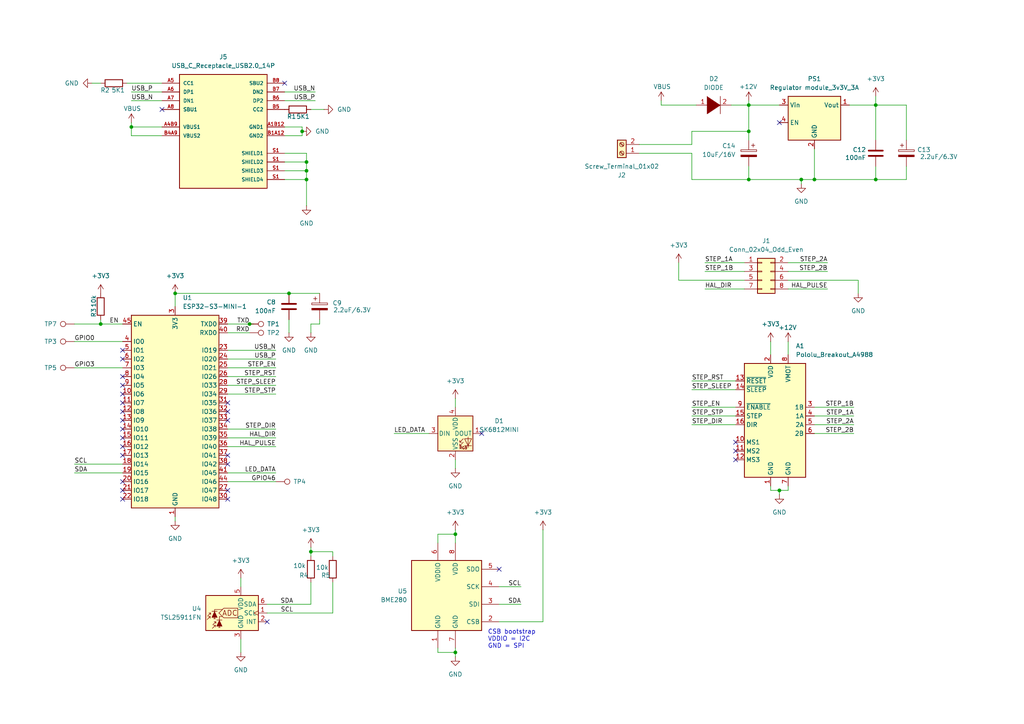
<source format=kicad_sch>
(kicad_sch (version 20231120) (generator "eeschema") (generator_version "8.0")
  (paper "A4")
  (lib_symbols
    (symbol "Connector:Screw_Terminal_01x02" (pin_names (offset 1.016) hide)
      (property "Reference" "J" (at 0 2.54 0))
      (property "Value" "Screw_Terminal_01x02" (at 0 -5.08 0))
      (symbol "Screw_Terminal_01x02_1_1"
        (rectangle (start -1.27 1.27) (end 1.27 -3.81) (stroke (width 0.254)) (fill (type background)))
        (circle (center 0 -2.54) (radius 0.635) (stroke (width 0.1524)))
        (polyline (pts (xy -0.5334 -2.2098) (xy 0.3302 -3.048)) (stroke (width 0.1524)))
        (polyline (pts (xy -0.5334 0.3302) (xy 0.3302 -0.508)) (stroke (width 0.1524)))
        (polyline (pts (xy -0.3556 -2.032) (xy 0.508 -2.8702)) (stroke (width 0.1524)))
        (polyline (pts (xy -0.3556 0.508) (xy 0.508 -0.3302)) (stroke (width 0.1524)))
        (circle (center 0 0) (radius 0.635) (stroke (width 0.1524)))
        (pin passive line (at -5.08 0 0) (length 3.81) (name "Pin_1") (number "1"))
        (pin passive line (at -5.08 -2.54 0) (length 3.81) (name "Pin_2") (number "2"))
      )
    )
    (symbol "Connector:TestPoint" (pin_numbers hide) (pin_names (offset 0.762) hide)
      (property "Reference" "TP" (at 0 6.858 0))
      (property "Value" "TestPoint" (at 0 5.08 0))
      (symbol "TestPoint_0_1"
        (circle (center 0 3.302) (radius 0.762))
      )
      (symbol "TestPoint_1_1"
        (pin passive line (at 0 0 90) (length 2.54) (name "1") (number "1"))
      )
    )
    (symbol "Connector_Generic:Conn_02x04_Odd_Even" (pin_names (offset 1.016) hide)
      (property "Reference" "J" (at 1.27 5.08 0))
      (property "Value" "Conn_02x04_Odd_Even" (at 1.27 -7.62 0))
      (symbol "Conn_02x04_Odd_Even_1_1"
        (rectangle (start -1.27 -4.953) (end 0 -5.207) (stroke (width 0.1524)))
        (rectangle (start -1.27 -2.413) (end 0 -2.667) (stroke (width 0.1524)))
        (rectangle (start -1.27 0.127) (end 0 -0.127) (stroke (width 0.1524)))
        (rectangle (start -1.27 2.667) (end 0 2.413) (stroke (width 0.1524)))
        (rectangle (start -1.27 3.81) (end 3.81 -6.35) (stroke (width 0.254)) (fill (type background)))
        (rectangle (start 3.81 -4.953) (end 2.54 -5.207) (stroke (width 0.1524)))
        (rectangle (start 3.81 -2.413) (end 2.54 -2.667) (stroke (width 0.1524)))
        (rectangle (start 3.81 0.127) (end 2.54 -0.127) (stroke (width 0.1524)))
        (rectangle (start 3.81 2.667) (end 2.54 2.413) (stroke (width 0.1524)))
        (pin passive line (at -5.08 2.54 0) (length 3.81) (name "Pin_1") (number "1"))
        (pin passive line (at 7.62 2.54 180) (length 3.81) (name "Pin_2") (number "2"))
        (pin passive line (at -5.08 0 0) (length 3.81) (name "Pin_3") (number "3"))
        (pin passive line (at 7.62 0 180) (length 3.81) (name "Pin_4") (number "4"))
        (pin passive line (at -5.08 -2.54 0) (length 3.81) (name "Pin_5") (number "5"))
        (pin passive line (at 7.62 -2.54 180) (length 3.81) (name "Pin_6") (number "6"))
        (pin passive line (at -5.08 -5.08 0) (length 3.81) (name "Pin_7") (number "7"))
        (pin passive line (at 7.62 -5.08 180) (length 3.81) (name "Pin_8") (number "8"))
      )
    )
    (symbol "Converter_DCDC:voltage_regulator_3v3_3A"
      (property "Reference" "PS" (at -7.874 -9.144 0))
      (property "Value" "Regulator module_3v3V_3A" (at -11.684 6.35 0))
      (symbol "voltage_regulator_3v3_3A_0_1"
        (rectangle (start -7.62 5.08) (end 7.62 -7.62) (stroke (width 0.254)) (fill (type background)))
      )
      (symbol "voltage_regulator_3v3_3A_1_0"
        (pin power_out line (at 10.16 2.54 180) (length 2.54) (name "Vout") (number "1"))
        (pin power_out line (at 0 -10.16 90) (length 2.54) (name "GND") (number "2"))
        (pin power_in line (at -10.16 2.54 0) (length 2.54) (name "Vin") (number "3"))
        (pin input line (at -10.16 -2.54 0) (length 2.54) (name "EN") (number "4"))
      )
    )
    (symbol "Device:C" (pin_numbers hide) (pin_names (offset 0.254))
      (property "Reference" "C" (at 0.635 2.54 0))
      (property "Value" "C" (at 0.635 -2.54 0))
      (symbol "C_0_1"
        (polyline (pts (xy -2.032 -0.762) (xy 2.032 -0.762)) (stroke (width 0.508)))
        (polyline (pts (xy -2.032 0.762) (xy 2.032 0.762)) (stroke (width 0.508)))
      )
      (symbol "C_1_1"
        (pin passive line (at 0 3.81 270) (length 2.794) (name "~") (number "1"))
        (pin passive line (at 0 -3.81 90) (length 2.794) (name "~") (number "2"))
      )
    )
    (symbol "Device:C_Polarized" (pin_numbers hide) (pin_names (offset 0.254))
      (property "Reference" "C" (at 0.635 2.54 0))
      (property "Value" "C_Polarized" (at 0.635 -2.54 0))
      (symbol "C_Polarized_0_1"
        (rectangle (start -2.286 0.508) (end 2.286 1.016))
        (polyline (pts (xy -1.778 2.286) (xy -0.762 2.286)))
        (polyline (pts (xy -1.27 2.794) (xy -1.27 1.778)))
        (rectangle (start 2.286 -0.508) (end -2.286 -1.016) (fill (type outline)))
      )
      (symbol "C_Polarized_1_1"
        (pin passive line (at 0 3.81 270) (length 2.794) (name "~") (number "1"))
        (pin passive line (at 0 -3.81 90) (length 2.794) (name "~") (number "2"))
      )
    )
    (symbol "Device:R" (pin_numbers hide) (pin_names (offset 0))
      (property "Reference" "R" (at 2.032 0 90))
      (property "Value" "R" (at 0 0 90))
      (symbol "R_0_1"
        (rectangle (start -1.016 -2.54) (end 1.016 2.54) (stroke (width 0.254)))
      )
      (symbol "R_1_1"
        (pin passive line (at 0 3.81 270) (length 1.27) (name "~") (number "1"))
        (pin passive line (at 0 -3.81 90) (length 1.27) (name "~") (number "2"))
      )
    )
    (symbol "Driver_Motor:Pololu_Breakout_A4988"
      (property "Reference" "A" (at -2.54 19.05 0))
      (property "Value" "Pololu_Breakout_A4988" (at -2.54 16.51 0))
      (symbol "Pololu_Breakout_A4988_0_1"
        (rectangle (start 10.16 -17.78) (end -7.62 15.24) (stroke (width 0.254)) (fill (type background)))
      )
      (symbol "Pololu_Breakout_A4988_1_1"
        (pin power_in line (at 0 -20.32 90) (length 2.54) (name "GND") (number "1"))
        (pin input line (at -10.16 -7.62 0) (length 2.54) (name "MS1") (number "10"))
        (pin input line (at -10.16 -10.16 0) (length 2.54) (name "MS2") (number "11"))
        (pin input line (at -10.16 -12.7 0) (length 2.54) (name "MS3") (number "12"))
        (pin input line (at -10.16 10.16 0) (length 2.54) (name "~{RESET}") (number "13"))
        (pin input line (at -10.16 7.62 0) (length 2.54) (name "~{SLEEP}") (number "14"))
        (pin input line (at -10.16 0 0) (length 2.54) (name "STEP") (number "15"))
        (pin input line (at -10.16 -2.54 0) (length 2.54) (name "DIR") (number "16"))
        (pin power_in line (at 0 17.78 270) (length 2.54) (name "VDD") (number "2"))
        (pin output line (at 12.7 2.54 180) (length 2.54) (name "1B") (number "3"))
        (pin output line (at 12.7 0 180) (length 2.54) (name "1A") (number "4"))
        (pin output line (at 12.7 -2.54 180) (length 2.54) (name "2A") (number "5"))
        (pin output line (at 12.7 -5.08 180) (length 2.54) (name "2B") (number "6"))
        (pin power_in line (at 5.08 -20.32 90) (length 2.54) (name "GND") (number "7"))
        (pin power_in line (at 5.08 17.78 270) (length 2.54) (name "VMOT") (number "8"))
        (pin input line (at -10.16 2.54 0) (length 2.54) (name "~{ENABLE}") (number "9"))
      )
    )
    (symbol "LED:SK6812MINI" (pin_names (offset 0.254))
      (property "Reference" "D" (at 5.08 5.715 0))
      (property "Value" "SK6812MINI" (at 1.27 -5.715 0))
      (symbol "SK6812MINI_0_0"
        (text "RGB" (at 2.286 -4.191 0) (effects (font (size 0.762 0.762))))
      )
      (symbol "SK6812MINI_0_1"
        (polyline (pts (xy 1.27 -3.556) (xy 1.778 -3.556)))
        (polyline (pts (xy 1.27 -2.54) (xy 1.778 -2.54)))
        (polyline (pts (xy 4.699 -3.556) (xy 2.667 -3.556)))
        (polyline (pts (xy 2.286 -2.54) (xy 1.27 -3.556) (xy 1.27 -3.048)))
        (polyline (pts (xy 2.286 -1.524) (xy 1.27 -2.54) (xy 1.27 -2.032)))
        (polyline (pts (xy 3.683 -1.016) (xy 3.683 -3.556) (xy 3.683 -4.064)))
        (polyline (pts (xy 4.699 -1.524) (xy 2.667 -1.524) (xy 3.683 -3.556) (xy 4.699 -1.524)))
        (rectangle (start 5.08 5.08) (end -5.08 -5.08) (stroke (width 0.254)) (fill (type background)))
      )
      (symbol "SK6812MINI_1_1"
        (pin output line (at 7.62 0 180) (length 2.54) (name "DOUT") (number "1"))
        (pin power_in line (at 0 -7.62 90) (length 2.54) (name "VSS") (number "2"))
        (pin input line (at -7.62 0 0) (length 2.54) (name "DIN") (number "3"))
        (pin power_in line (at 0 7.62 270) (length 2.54) (name "VDD") (number "4"))
      )
    )
    (symbol "MCU_Espressif:ESP32-S3-MINI-1"
      (property "Reference" "U" (at -11.43 29.21 0))
      (property "Value" "ESP32-S3-MINI-1" (at 12.7 29.21 0))
      (symbol "ESP32-S3-MINI-1_0_1"
        (rectangle (start -12.7 27.94) (end 12.7 -27.94) (stroke (width 0.254)) (fill (type background)))
      )
      (symbol "ESP32-S3-MINI-1_1_1"
        (pin power_in line (at 0 -30.48 90) (length 2.54) (name "GND") (number "1"))
        (pin bidirectional line (at -15.24 5.08 0) (length 2.54) (name "IO6") (number "10"))
        (pin bidirectional line (at -15.24 2.54 0) (length 2.54) (name "IO7") (number "11"))
        (pin bidirectional line (at -15.24 0 0) (length 2.54) (name "IO8") (number "12"))
        (pin bidirectional line (at -15.24 -2.54 0) (length 2.54) (name "IO9") (number "13"))
        (pin bidirectional line (at -15.24 -5.08 0) (length 2.54) (name "IO10") (number "14"))
        (pin bidirectional line (at -15.24 -7.62 0) (length 2.54) (name "IO11") (number "15"))
        (pin bidirectional line (at -15.24 -10.16 0) (length 2.54) (name "IO12") (number "16"))
        (pin bidirectional line (at -15.24 -12.7 0) (length 2.54) (name "IO13") (number "17"))
        (pin bidirectional line (at -15.24 -15.24 0) (length 2.54) (name "IO14") (number "18"))
        (pin bidirectional line (at -15.24 -17.78 0) (length 2.54) (name "IO15") (number "19"))
        (pin passive line (at 0 -30.48 90) (length 2.54) hide (name "GND") (number "2"))
        (pin bidirectional line (at -15.24 -20.32 0) (length 2.54) (name "IO16") (number "20"))
        (pin bidirectional line (at -15.24 -22.86 0) (length 2.54) (name "IO17") (number "21"))
        (pin bidirectional line (at -15.24 -25.4 0) (length 2.54) (name "IO18") (number "22"))
        (pin bidirectional line (at 15.24 17.78 180) (length 2.54) (name "IO19") (number "23"))
        (pin bidirectional line (at 15.24 15.24 180) (length 2.54) (name "IO20") (number "24"))
        (pin bidirectional line (at 15.24 12.7 180) (length 2.54) (name "IO21") (number "25"))
        (pin bidirectional line (at 15.24 10.16 180) (length 2.54) (name "IO26") (number "26"))
        (pin bidirectional line (at 15.24 -22.86 180) (length 2.54) (name "IO47") (number "27"))
        (pin bidirectional line (at 15.24 7.62 180) (length 2.54) (name "IO33") (number "28"))
        (pin bidirectional line (at 15.24 5.08 180) (length 2.54) (name "IO34") (number "29"))
        (pin power_in line (at 0 30.48 270) (length 2.54) (name "3V3") (number "3"))
        (pin bidirectional line (at 15.24 -25.4 180) (length 2.54) (name "IO48") (number "30"))
        (pin bidirectional line (at 15.24 2.54 180) (length 2.54) (name "IO35") (number "31"))
        (pin bidirectional line (at 15.24 0 180) (length 2.54) (name "IO36") (number "32"))
        (pin bidirectional line (at 15.24 -2.54 180) (length 2.54) (name "IO37") (number "33"))
        (pin bidirectional line (at 15.24 -5.08 180) (length 2.54) (name "IO38") (number "34"))
        (pin bidirectional line (at 15.24 -7.62 180) (length 2.54) (name "IO39") (number "35"))
        (pin bidirectional line (at 15.24 -10.16 180) (length 2.54) (name "IO40") (number "36"))
        (pin bidirectional line (at 15.24 -12.7 180) (length 2.54) (name "IO41") (number "37"))
        (pin bidirectional line (at 15.24 -15.24 180) (length 2.54) (name "IO42") (number "38"))
        (pin bidirectional line (at 15.24 25.4 180) (length 2.54) (name "TXD0") (number "39"))
        (pin bidirectional line (at -15.24 20.32 0) (length 2.54) (name "IO0") (number "4"))
        (pin bidirectional line (at 15.24 22.86 180) (length 2.54) (name "RXD0") (number "40"))
        (pin bidirectional line (at 15.24 -17.78 180) (length 2.54) (name "IO45") (number "41"))
        (pin passive line (at 0 -30.48 90) (length 2.54) hide (name "GND") (number "42"))
        (pin passive line (at 0 -30.48 90) (length 2.54) hide (name "GND") (number "43"))
        (pin bidirectional line (at 15.24 -20.32 180) (length 2.54) (name "IO46") (number "44"))
        (pin input line (at -15.24 25.4 0) (length 2.54) (name "EN") (number "45"))
        (pin passive line (at 0 -30.48 90) (length 2.54) hide (name "GND") (number "46"))
        (pin passive line (at 0 -30.48 90) (length 2.54) hide (name "GND") (number "47"))
        (pin passive line (at 0 -30.48 90) (length 2.54) hide (name "GND") (number "48"))
        (pin passive line (at 0 -30.48 90) (length 2.54) hide (name "GND") (number "49"))
        (pin bidirectional line (at -15.24 17.78 0) (length 2.54) (name "IO1") (number "5"))
        (pin passive line (at 0 -30.48 90) (length 2.54) hide (name "GND") (number "50"))
        (pin passive line (at 0 -30.48 90) (length 2.54) hide (name "GND") (number "51"))
        (pin passive line (at 0 -30.48 90) (length 2.54) hide (name "GND") (number "52"))
        (pin passive line (at 0 -30.48 90) (length 2.54) hide (name "GND") (number "53"))
        (pin passive line (at 0 -30.48 90) (length 2.54) hide (name "GND") (number "54"))
        (pin passive line (at 0 -30.48 90) (length 2.54) hide (name "GND") (number "55"))
        (pin passive line (at 0 -30.48 90) (length 2.54) hide (name "GND") (number "56"))
        (pin passive line (at 0 -30.48 90) (length 2.54) hide (name "GND") (number "57"))
        (pin passive line (at 0 -30.48 90) (length 2.54) hide (name "GND") (number "58"))
        (pin passive line (at 0 -30.48 90) (length 2.54) hide (name "GND") (number "59"))
        (pin bidirectional line (at -15.24 15.24 0) (length 2.54) (name "IO2") (number "6"))
        (pin passive line (at 0 -30.48 90) (length 2.54) hide (name "GND") (number "60"))
        (pin passive line (at 0 -30.48 90) (length 2.54) hide (name "GND") (number "61"))
        (pin passive line (at 0 -30.48 90) (length 2.54) hide (name "GND") (number "62"))
        (pin passive line (at 0 -30.48 90) (length 2.54) hide (name "GND") (number "63"))
        (pin passive line (at 0 -30.48 90) (length 2.54) hide (name "GND") (number "64"))
        (pin passive line (at 0 -30.48 90) (length 2.54) hide (name "GND") (number "65"))
        (pin bidirectional line (at -15.24 12.7 0) (length 2.54) (name "IO3") (number "7"))
        (pin bidirectional line (at -15.24 10.16 0) (length 2.54) (name "IO4") (number "8"))
        (pin bidirectional line (at -15.24 7.62 0) (length 2.54) (name "IO5") (number "9"))
      )
    )
    (symbol "Sensor:BME280"
      (property "Reference" "U" (at -8.89 11.43 0))
      (property "Value" "BME280" (at 7.62 11.43 0))
      (symbol "BME280_0_1"
        (rectangle (start -10.16 10.16) (end 10.16 -10.16) (stroke (width 0.254)) (fill (type background)))
      )
      (symbol "BME280_1_1"
        (pin power_in line (at -2.54 -15.24 90) (length 5.08) (name "GND") (number "1"))
        (pin input line (at 15.24 -7.62 180) (length 5.08) (name "CSB") (number "2"))
        (pin bidirectional line (at 15.24 -2.54 180) (length 5.08) (name "SDI") (number "3"))
        (pin input line (at 15.24 2.54 180) (length 5.08) (name "SCK") (number "4"))
        (pin bidirectional line (at 15.24 7.62 180) (length 5.08) (name "SDO") (number "5"))
        (pin power_in line (at -2.54 15.24 270) (length 5.08) (name "VDDIO") (number "6"))
        (pin power_in line (at 2.54 -15.24 90) (length 5.08) (name "GND") (number "7"))
        (pin power_in line (at 2.54 15.24 270) (length 5.08) (name "VDD") (number "8"))
      )
    )
    (symbol "Sensor_Optical:TSL25911FN"
      (property "Reference" "U" (at -7.62 6.35 0))
      (property "Value" "TSL25911FN" (at 0 -6.35 0))
      (symbol "TSL25911FN_0_0"
        (text "ADC" (at -0.635 0 0) (effects (font (size 1.524 1.524))))
      )
      (symbol "TSL25911FN_0_1"
        (polyline (pts (xy -6.35 -1.016) (xy -7.239 -1.905)))
        (polyline (pts (xy -6.35 -1.016) (xy -6.858 -1.016)))
        (polyline (pts (xy -6.35 -1.016) (xy -6.35 -1.524)))
        (polyline (pts (xy -6.223 0) (xy -7.112 -0.889)))
        (polyline (pts (xy -6.223 0) (xy -6.731 0)))
        (polyline (pts (xy -6.223 0) (xy -6.223 -0.508)))
        (polyline (pts (xy -4.826 -3.556) (xy -5.715 -4.445)))
        (polyline (pts (xy -4.826 -3.556) (xy -5.334 -3.556)))
        (polyline (pts (xy -4.826 -3.556) (xy -4.826 -4.064)))
        (polyline (pts (xy -4.699 -2.54) (xy -5.588 -3.429)))
        (polyline (pts (xy -4.699 -2.54) (xy -5.207 -2.54)))
        (polyline (pts (xy -4.699 -2.54) (xy -4.699 -3.048)))
        (polyline (pts (xy -4.318 0.508) (xy -5.842 0.508)))
        (polyline (pts (xy -2.921 -2.032) (xy -4.445 -2.032)))
        (polyline (pts (xy -4.318 -1.27) (xy -5.842 -1.27) (xy -5.08 0.381) (xy -4.318 -1.27)) (fill (type outline)))
        (polyline (pts (xy -2.921 -3.81) (xy -4.445 -3.81) (xy -3.683 -2.159) (xy -2.921 -3.81)) (fill (type outline)))
      )
      (symbol "TSL25911FN_1_0"
        (polyline (pts (xy -3.81 0) (xy -2.413 -1.397) (xy 1.651 -1.397) (xy 1.651 0)))
        (polyline (pts (xy -3.81 0) (xy -2.413 1.397) (xy 1.651 1.397) (xy 1.651 0)))
      )
      (symbol "TSL25911FN_1_1"
        (rectangle (start -7.62 5.08) (end 7.62 -5.08) (stroke (width 0.254)) (fill (type background)))
        (polyline (pts (xy -4.826 -1.651) (xy -5.334 -1.651)))
        (polyline (pts (xy -3.429 -4.191) (xy -3.937 -4.191)))
        (polyline (pts (xy -5.08 -1.524) (xy -5.08 1.016) (xy -2.794 1.016)))
        (polyline (pts (xy -3.683 -4.064) (xy -3.683 -1.016) (xy -2.794 -1.016)))
        (pin input clock (at 10.16 0 180) (length 2.54) (name "SCL") (number "1"))
        (pin open_collector line (at 10.16 -2.54 180) (length 2.54) (name "INT") (number "2"))
        (pin power_in line (at 2.54 -7.62 90) (length 2.54) (name "GND") (number "3"))
        (pin no_connect line (at -7.62 2.54 0) (length 2.54) hide (name "NC") (number "4"))
        (pin power_in line (at 2.54 7.62 270) (length 2.54) (name "VDD") (number "5"))
        (pin bidirectional line (at 10.16 2.54 180) (length 2.54) (name "SDA") (number "6"))
      )
    )
    (symbol "USB_C_Molex_217179:2171790001" (pin_names (offset 1.016))
      (property "Reference" "J" (at -12.7 16.002 0))
      (property "Value" "2171790001" (at -12.7 -18.542 0))
      (symbol "2171790001_0_0"
        (rectangle (start -12.7 -17.78) (end 12.7 15.24) (stroke (width 0.254)) (fill (type background)))
        (pin power_in line (at 17.78 0 180) (length 5.08) (name "GND1") (number "A1B12"))
        (pin power_in line (at -17.78 0 0) (length 5.08) (name "VBUS1") (number "A4B9"))
        (pin bidirectional line (at -17.78 12.7 0) (length 5.08) (name "CC1") (number "A5"))
        (pin bidirectional line (at -17.78 10.16 0) (length 5.08) (name "DP1") (number "A6"))
        (pin bidirectional line (at -17.78 7.62 0) (length 5.08) (name "DN1") (number "A7"))
        (pin bidirectional line (at -17.78 5.08 0) (length 5.08) (name "SBU1") (number "A8"))
        (pin power_in line (at 17.78 -2.54 180) (length 5.08) (name "GND2") (number "B1A12"))
        (pin power_in line (at -17.78 -2.54 0) (length 5.08) (name "VBUS2") (number "B4A9"))
        (pin bidirectional line (at 17.78 5.08 180) (length 5.08) (name "CC2") (number "B5"))
        (pin bidirectional line (at 17.78 7.62 180) (length 5.08) (name "DP2") (number "B6"))
        (pin bidirectional line (at 17.78 10.16 180) (length 5.08) (name "DN2") (number "B7"))
        (pin bidirectional line (at 17.78 12.7 180) (length 5.08) (name "SBU2") (number "B8"))
        (pin passive line (at 17.78 -7.62 180) (length 5.08) (name "SHIELD1") (number "S1"))
        (pin passive line (at 17.78 -10.16 180) (length 5.08) (name "SHIELD2") (number "S1"))
        (pin passive line (at 17.78 -12.7 180) (length 5.08) (name "SHIELD3") (number "S1"))
        (pin passive line (at 17.78 -15.24 180) (length 5.08) (name "SHIELD4") (number "S1"))
      )
    )
    (symbol "power:+3V3" (power) (pin_numbers hide) (pin_names (offset 0) hide)
      (property "Value" "+3V3" (at 0 3.556 0))
      (symbol "+3V3_0_1"
        (polyline (pts (xy -0.762 1.27) (xy 0 2.54)))
        (polyline (pts (xy 0 0) (xy 0 2.54)))
        (polyline (pts (xy 0 2.54) (xy 0.762 1.27)))
      )
      (symbol "+3V3_1_1"
        (pin power_in line (at 0 0 90) (length 0) (name "~") (number "1"))
      )
    )
    (symbol "power:+5V" (power) (pin_numbers hide) (pin_names (offset 0) hide)
      (property "Value" "+5V" (at 0 3.556 0))
      (symbol "+5V_0_1"
        (polyline (pts (xy -0.762 1.27) (xy 0 2.54)))
        (polyline (pts (xy 0 0) (xy 0 2.54)))
        (polyline (pts (xy 0 2.54) (xy 0.762 1.27)))
      )
      (symbol "+5V_1_1"
        (pin power_in line (at 0 0 90) (length 0) (name "~") (number "1"))
      )
    )
    (symbol "power:GND" (power) (pin_numbers hide) (pin_names (offset 0) hide)
      (property "Value" "GND" (at 0 -3.81 0))
      (symbol "GND_0_1"
        (polyline (pts (xy 0 0) (xy 0 -1.27) (xy 1.27 -1.27) (xy 0 -2.54) (xy -1.27 -1.27) (xy 0 -1.27)))
      )
      (symbol "GND_1_1"
        (pin power_in line (at 0 0 270) (length 0) (name "~") (number "1"))
      )
    )
    (symbol "pspice:DIODE" (pin_names (offset 1.016) hide)
      (property "Reference" "D" (at 0 3.81 0))
      (property "Value" "DIODE" (at 0 -4.445 0))
      (symbol "DIODE_0_1"
        (polyline (pts (xy 1.905 2.54) (xy 1.905 -2.54)))
        (polyline (pts (xy -1.905 2.54) (xy -1.905 -2.54) (xy 1.905 0)) (fill (type outline)))
      )
      (symbol "DIODE_1_1"
        (pin input line (at -5.08 0 0) (length 3.81) (name "K") (number "1"))
        (pin input line (at 5.08 0 180) (length 3.81) (name "A") (number "2"))
      )
    )
  )
  (junction (at 254 30.48))
  (junction (at 72.39 93.98))
  (junction (at 132.08 189.23))
  (junction (at 88.9 46.99))
  (junction (at 83.82 85.09))
  (junction (at 132.08 154.94))
  (junction (at 232.41 52.07))
  (junction (at 254 52.07))
  (junction (at 217.17 52.07))
  (junction (at 90.17 160.02))
  (junction (at 88.9 52.07))
  (junction (at 226.06 142.24))
  (junction (at 88.9 49.53))
  (junction (at 217.17 30.48))
  (junction (at 38.1 36.83))
  (junction (at 217.17 38.1))
  (junction (at 29.21 93.98))
  (junction (at 236.22 52.07))
  (junction (at 50.8 85.09))
  (junction (at 87.63 38.1))
  (no_connect (at 226.06 35.56))
  (no_connect (at 35.56 127))
  (no_connect (at 35.56 129.54))
  (no_connect (at 66.04 144.78))
  (no_connect (at 35.56 119.38))
  (no_connect (at 66.04 116.84))
  (no_connect (at 35.56 109.22))
  (no_connect (at 82.55 24.13))
  (no_connect (at 35.56 132.08))
  (no_connect (at 66.04 121.92))
  (no_connect (at 77.47 180.34))
  (no_connect (at 35.56 114.3))
  (no_connect (at 35.56 101.6))
  (no_connect (at 35.56 124.46))
  (no_connect (at 144.78 165.1))
  (no_connect (at 66.04 134.62))
  (no_connect (at 66.04 142.24))
  (no_connect (at 213.36 128.27))
  (no_connect (at 35.56 116.84))
  (no_connect (at 35.56 111.76))
  (no_connect (at 35.56 121.92))
  (no_connect (at 35.56 142.24))
  (no_connect (at 66.04 132.08))
  (no_connect (at 213.36 133.35))
  (no_connect (at 46.99 31.75))
  (no_connect (at 35.56 139.7))
  (no_connect (at 139.7 125.73))
  (no_connect (at 35.56 104.14))
  (no_connect (at 213.36 130.81))
  (no_connect (at 66.04 119.38))
  (no_connect (at 35.56 144.78))
  (wire (pts (xy 157.48 153.67) (xy 157.48 180.34)))
  (wire (pts (xy 232.41 52.07) (xy 232.41 53.34)))
  (wire (pts (xy 77.47 175.26) (xy 90.17 175.26)))
  (wire (pts (xy 228.6 76.2) (xy 240.03 76.2)))
  (wire (pts (xy 38.1 36.83) (xy 46.99 36.83)))
  (wire (pts (xy 236.22 123.19) (xy 247.65 123.19)))
  (wire (pts (xy 262.89 52.07) (xy 254 52.07)))
  (wire (pts (xy 92.71 93.98) (xy 90.17 93.98)))
  (wire (pts (xy 66.04 96.52) (xy 72.39 96.52)))
  (wire (pts (xy 212.09 30.48) (xy 217.17 30.48)))
  (wire (pts (xy 248.92 85.09) (xy 248.92 81.28)))
  (wire (pts (xy 66.04 104.14) (xy 80.01 104.14)))
  (wire (pts (xy 82.55 26.67) (xy 91.44 26.67)))
  (wire (pts (xy 66.04 109.22) (xy 80.01 109.22)))
  (wire (pts (xy 223.52 99.06) (xy 223.52 102.87)))
  (wire (pts (xy 96.52 161.29) (xy 96.52 160.02)))
  (wire (pts (xy 200.66 44.45) (xy 200.66 52.07)))
  (wire (pts (xy 88.9 52.07) (xy 88.9 59.69)))
  (wire (pts (xy 132.08 157.48) (xy 132.08 154.94)))
  (wire (pts (xy 66.04 129.54) (xy 80.01 129.54)))
  (wire (pts (xy 200.66 123.19) (xy 213.36 123.19)))
  (wire (pts (xy 262.89 30.48) (xy 262.89 40.64)))
  (wire (pts (xy 38.1 35.56) (xy 38.1 36.83)))
  (wire (pts (xy 127 187.96) (xy 127 189.23)))
  (wire (pts (xy 217.17 30.48) (xy 226.06 30.48)))
  (wire (pts (xy 66.04 114.3) (xy 80.01 114.3)))
  (wire (pts (xy 223.52 142.24) (xy 226.06 142.24)))
  (wire (pts (xy 200.66 120.65) (xy 213.36 120.65)))
  (wire (pts (xy 38.1 36.83) (xy 38.1 39.37)))
  (wire (pts (xy 132.08 153.67) (xy 132.08 154.94)))
  (wire (pts (xy 82.55 46.99) (xy 88.9 46.99)))
  (wire (pts (xy 88.9 46.99) (xy 88.9 49.53)))
  (wire (pts (xy 132.08 189.23) (xy 132.08 190.5)))
  (wire (pts (xy 26.67 24.13) (xy 29.21 24.13)))
  (wire (pts (xy 82.55 44.45) (xy 88.9 44.45)))
  (wire (pts (xy 21.59 134.62) (xy 35.56 134.62)))
  (wire (pts (xy 232.41 52.07) (xy 236.22 52.07)))
  (wire (pts (xy 248.92 81.28) (xy 228.6 81.28)))
  (wire (pts (xy 185.42 44.45) (xy 200.66 44.45)))
  (wire (pts (xy 38.1 39.37) (xy 46.99 39.37)))
  (wire (pts (xy 200.66 110.49) (xy 213.36 110.49)))
  (wire (pts (xy 90.17 93.98) (xy 90.17 96.52)))
  (wire (pts (xy 21.59 99.06) (xy 35.56 99.06)))
  (wire (pts (xy 66.04 139.7) (xy 80.01 139.7)))
  (wire (pts (xy 21.59 93.98) (xy 29.21 93.98)))
  (wire (pts (xy 82.55 29.21) (xy 91.44 29.21)))
  (wire (pts (xy 90.17 160.02) (xy 90.17 161.29)))
  (wire (pts (xy 83.82 92.71) (xy 83.82 96.52)))
  (wire (pts (xy 228.6 83.82) (xy 240.03 83.82)))
  (wire (pts (xy 254 30.48) (xy 254 40.64)))
  (wire (pts (xy 132.08 133.35) (xy 132.08 135.89)))
  (wire (pts (xy 236.22 125.73) (xy 247.65 125.73)))
  (wire (pts (xy 82.55 52.07) (xy 88.9 52.07)))
  (wire (pts (xy 50.8 149.86) (xy 50.8 151.13)))
  (wire (pts (xy 38.1 26.67) (xy 46.99 26.67)))
  (wire (pts (xy 83.82 85.09) (xy 92.71 85.09)))
  (wire (pts (xy 132.08 189.23) (xy 127 189.23)))
  (wire (pts (xy 90.17 158.75) (xy 90.17 160.02)))
  (wire (pts (xy 66.04 124.46) (xy 80.01 124.46)))
  (wire (pts (xy 200.66 118.11) (xy 213.36 118.11)))
  (wire (pts (xy 66.04 93.98) (xy 72.39 93.98)))
  (wire (pts (xy 21.59 106.68) (xy 35.56 106.68)))
  (wire (pts (xy 35.56 93.98) (xy 29.21 93.98)))
  (wire (pts (xy 69.85 185.42) (xy 69.85 189.23)))
  (wire (pts (xy 66.04 106.68) (xy 80.01 106.68)))
  (wire (pts (xy 66.04 137.16) (xy 80.01 137.16)))
  (wire (pts (xy 87.63 38.1) (xy 87.63 39.37)))
  (wire (pts (xy 66.04 127) (xy 80.01 127)))
  (wire (pts (xy 38.1 29.21) (xy 46.99 29.21)))
  (wire (pts (xy 69.85 167.64) (xy 69.85 170.18)))
  (wire (pts (xy 185.42 41.91) (xy 200.66 41.91)))
  (wire (pts (xy 223.52 140.97) (xy 223.52 142.24)))
  (wire (pts (xy 77.47 177.8) (xy 96.52 177.8)))
  (wire (pts (xy 90.17 160.02) (xy 96.52 160.02)))
  (wire (pts (xy 200.66 52.07) (xy 217.17 52.07)))
  (wire (pts (xy 66.04 111.76) (xy 80.01 111.76)))
  (wire (pts (xy 50.8 85.09) (xy 50.8 88.9)))
  (wire (pts (xy 217.17 30.48) (xy 217.17 38.1)))
  (wire (pts (xy 87.63 36.83) (xy 87.63 38.1)))
  (wire (pts (xy 236.22 52.07) (xy 254 52.07)))
  (wire (pts (xy 254 30.48) (xy 262.89 30.48)))
  (wire (pts (xy 114.3 125.73) (xy 124.46 125.73)))
  (wire (pts (xy 200.66 38.1) (xy 217.17 38.1)))
  (wire (pts (xy 262.89 48.26) (xy 262.89 52.07)))
  (wire (pts (xy 29.21 93.98) (xy 29.21 92.71)))
  (wire (pts (xy 204.47 76.2) (xy 215.9 76.2)))
  (wire (pts (xy 217.17 52.07) (xy 232.41 52.07)))
  (wire (pts (xy 132.08 115.57) (xy 132.08 118.11)))
  (wire (pts (xy 196.85 76.2) (xy 196.85 81.28)))
  (wire (pts (xy 144.78 175.26) (xy 151.13 175.26)))
  (wire (pts (xy 127 154.94) (xy 127 157.48)))
  (wire (pts (xy 226.06 142.24) (xy 226.06 143.51)))
  (wire (pts (xy 228.6 99.06) (xy 228.6 102.87)))
  (wire (pts (xy 96.52 177.8) (xy 96.52 168.91)))
  (wire (pts (xy 236.22 43.18) (xy 236.22 52.07)))
  (wire (pts (xy 36.83 24.13) (xy 46.99 24.13)))
  (wire (pts (xy 90.17 31.75) (xy 93.98 31.75)))
  (wire (pts (xy 88.9 49.53) (xy 88.9 52.07)))
  (wire (pts (xy 132.08 187.96) (xy 132.08 189.23)))
  (wire (pts (xy 144.78 170.18) (xy 151.13 170.18)))
  (wire (pts (xy 254 48.26) (xy 254 52.07)))
  (wire (pts (xy 204.47 78.74) (xy 215.9 78.74)))
  (wire (pts (xy 217.17 48.26) (xy 217.17 52.07)))
  (wire (pts (xy 217.17 30.48) (xy 217.17 29.21)))
  (wire (pts (xy 228.6 142.24) (xy 228.6 140.97)))
  (wire (pts (xy 228.6 78.74) (xy 240.03 78.74)))
  (wire (pts (xy 204.47 83.82) (xy 215.9 83.82)))
  (wire (pts (xy 21.59 137.16) (xy 35.56 137.16)))
  (wire (pts (xy 200.66 113.03) (xy 213.36 113.03)))
  (wire (pts (xy 82.55 49.53) (xy 88.9 49.53)))
  (wire (pts (xy 226.06 142.24) (xy 228.6 142.24)))
  (wire (pts (xy 217.17 38.1) (xy 217.17 40.64)))
  (wire (pts (xy 72.39 93.98) (xy 73.66 93.98)))
  (wire (pts (xy 191.77 30.48) (xy 201.93 30.48)))
  (wire (pts (xy 82.55 39.37) (xy 87.63 39.37)))
  (wire (pts (xy 191.77 29.21) (xy 191.77 30.48)))
  (wire (pts (xy 66.04 101.6) (xy 80.01 101.6)))
  (wire (pts (xy 236.22 120.65) (xy 247.65 120.65)))
  (wire (pts (xy 50.8 85.09) (xy 83.82 85.09)))
  (wire (pts (xy 88.9 44.45) (xy 88.9 46.99)))
  (wire (pts (xy 157.48 180.34) (xy 144.78 180.34)))
  (wire (pts (xy 196.85 81.28) (xy 215.9 81.28)))
  (wire (pts (xy 246.38 30.48) (xy 254 30.48)))
  (wire (pts (xy 132.08 154.94) (xy 127 154.94)))
  (wire (pts (xy 254 27.94) (xy 254 30.48)))
  (wire (pts (xy 200.66 41.91) (xy 200.66 38.1)))
  (wire (pts (xy 82.55 36.83) (xy 87.63 36.83)))
  (wire (pts (xy 92.71 92.71) (xy 92.71 93.98)))
  (wire (pts (xy 90.17 175.26) (xy 90.17 168.91)))
  (wire (pts (xy 236.22 118.11) (xy 247.65 118.11)))
  (text "CSB bootstrap\nVDDIO = I2C\nGND = SPI" (at 141.478 185.42 0) (effects (font (size 1.27 1.27)) (justify left)))
  (label "LED_DATA" (at 80.01 137.16 180))
  (label "STEP_2A" (at 247.65 123.19 180))
  (label "SCL" (at 85.09 177.8 180))
  (label "USB_N" (at 38.1 29.21 0))
  (label "SDA" (at 151.13 175.26 180))
  (label "STEP_STP" (at 80.01 114.3 180))
  (label "STEP_EN" (at 200.66 118.11 0))
  (label "STEP_SLEEP" (at 80.01 111.76 180))
  (label "USB_P" (at 38.1 26.67 0))
  (label "USB_N" (at 91.44 26.67 180))
  (label "HAL_PULSE" (at 80.01 129.54 180))
  (label "STEP_RST" (at 80.01 109.22 180))
  (label "STEP_EN" (at 80.01 106.68 180))
  (label "SCL" (at 21.59 134.62 0))
  (label "STEP_RST" (at 200.66 110.49 0))
  (label "STEP_2B" (at 240.03 78.74 180))
  (label "GPIO0" (at 21.59 99.06 0))
  (label "RXD" (at 72.39 96.52 180))
  (label "STEP_1B" (at 204.47 78.74 0))
  (label "STEP_SLEEP" (at 200.66 113.03 0))
  (label "SCL" (at 151.13 170.18 180))
  (label "HAL_DIR" (at 204.47 83.82 0))
  (label "EN" (at 31.75 93.98 0))
  (label "TXD" (at 72.39 93.98 180))
  (label "SDA" (at 85.09 175.26 180))
  (label "USB_P" (at 91.44 29.21 180))
  (label "STEP_1B" (at 247.65 118.11 180))
  (label "STEP_2A" (at 240.03 76.2 180))
  (label "STEP_DIR" (at 200.66 123.19 0))
  (label "STEP_1A" (at 204.47 76.2 0))
  (label "HAL_DIR" (at 80.01 127 180))
  (label "USB_N" (at 80.01 101.6 180))
  (label "STEP_STP" (at 200.66 120.65 0))
  (label "STEP_2B" (at 247.65 125.73 180))
  (label "STEP_1A" (at 247.65 120.65 180))
  (label "HAL_PULSE" (at 240.03 83.82 180))
  (label "GPIO46" (at 80.01 139.7 180))
  (label "LED_DATA" (at 114.3 125.73 0))
  (label "STEP_DIR" (at 80.01 124.46 180))
  (label "GPIO3" (at 21.59 106.68 0))
  (label "SDA" (at 21.59 137.16 0))
  (label "USB_P" (at 80.01 104.14 180))
  (symbol (lib_id "power:+3V3") (at 132.08 153.67 0) (unit 1)
    (property "Reference" "#PWR024" (effects (hide yes)))
    (property "Value" "+3V3" (at 132.08 148.59 0))
    (property "Description" "Power symbol creates a global label with name \"+3V3\"" (effects (hide yes)))
  )
  (symbol (lib_id "power:GND") (at 88.9 59.69 0) (unit 1)
    (property "Reference" "#PWR031" (effects (hide yes)))
    (property "Value" "GND" (at 88.9 64.77 0))
    (property "Description" "Power symbol creates a global label with name \"GND\" , ground" (effects (hide yes)))
  )
  (symbol (lib_id "Device:C") (at 83.82 88.9 0) (mirror y) (unit 1)
    (property "Reference" "C8" (at 80.01 87.6299 0) (effects (justify left)))
    (property "Value" "100nF" (at 80.01 90.1699 0) (effects (justify left)))
    (property "Footprint" "Capacitor_SMD:C_0603_1608Metric" (effects (hide yes)))
    (property "Description" "Unpolarized capacitor" (effects (hide yes)))
  )
  (symbol (lib_id "power:+5V") (at 191.77 29.21 0) (unit 1)
    (property "Reference" "#PWR06" (effects (hide yes)))
    (property "Value" "VBUS" (at 189.484 25.146 0) (effects (justify left)))
    (property "Description" "Power symbol creates a global label with name \"+5V\"" (effects (hide yes)))
  )
  (symbol (lib_id "Connector:TestPoint") (at 21.59 106.68 90) (mirror x) (unit 1)
    (property "Reference" "TP5" (at 16.51 106.68 90) (effects (justify left)))
    (property "Value" "TestPoint" (effects (hide yes)))
    (property "Footprint" "TestPoint:TestPoint_Pad_D1.5mm" (effects (hide yes)))
    (property "Description" "test point" (effects (hide yes)))
  )
  (symbol (lib_id "power:GND") (at 26.67 24.13 270) (unit 1)
    (property "Reference" "#PWR011" (effects (hide yes)))
    (property "Value" "GND" (at 22.86 24.1299 90) (effects (justify right)))
    (property "Description" "Power symbol creates a global label with name \"GND\" , ground" (effects (hide yes)))
  )
  (symbol (lib_id "Connector:TestPoint") (at 72.39 96.52 270) (unit 1)
    (property "Reference" "TP2" (at 77.47 96.52 90) (effects (justify left)))
    (property "Value" "TestPoint" (effects (hide yes)))
    (property "Footprint" "TestPoint:TestPoint_Pad_D1.5mm" (effects (hide yes)))
    (property "Description" "test point" (effects (hide yes)))
  )
  (symbol (lib_id "Device:C") (at 254 44.45 0) (mirror y) (unit 1)
    (property "Reference" "C12" (at 251.206 43.434 0) (effects (justify left)))
    (property "Value" "100nF" (at 251.206 45.72 0) (effects (justify left)))
    (property "Footprint" "Capacitor_SMD:C_0603_1608Metric" (effects (hide yes)))
    (property "Description" "Unpolarized capacitor" (effects (hide yes)))
  )
  (symbol (lib_id "Driver_Motor:Pololu_Breakout_A4988") (at 223.52 120.65 0) (unit 1)
    (property "Reference" "A1" (at 230.7941 100.33 0) (effects (justify left)))
    (property "Value" "Pololu_Breakout_A4988" (at 230.7941 102.87 0) (effects (justify left)))
    (property "Footprint" "Module:Pololu_Breakout-16_15.2x20.3mm" (effects (hide yes)))
    (property "Datasheet" "https://www.pololu.com/product/2980/pictures" (effects (hide yes)))
    (property "Description" "Pololu Breakout Board, Stepper Driver A4988" (effects (hide yes)))
  )
  (symbol (lib_id "MCU_Espressif:ESP32-S3-MINI-1") (at 50.8 119.38 0) (unit 1)
    (property "Reference" "U1" (at 52.9941 86.36 0) (effects (justify left)))
    (property "Value" "ESP32-S3-MINI-1" (at 52.9941 88.9 0) (effects (justify left)))
    (property "Footprint" "Espressif:ESP32-S3-MINI-1" (effects (hide yes)))
    (property "Datasheet" "https://www.espressif.com/sites/default/files/documentation/esp32-s3-mini-1_mini-1u_datasheet_en.pdf" (effects (hide yes)))
    (property "Description" "RF Module, ESP32-S3 SoC, Wi-Fi 802.11b/g/n, Bluetooth, BLE, 32-bit, 3.3V, SMD, onboard antenna" (effects (hide yes)))
  )
  (symbol (lib_id "Connector:TestPoint") (at 21.59 93.98 90) (mirror x) (unit 1)
    (property "Reference" "TP7" (at 16.51 93.98 90) (effects (justify left)))
    (property "Value" "TestPoint" (effects (hide yes)))
    (property "Footprint" "TestPoint:TestPoint_Pad_D1.5mm" (effects (hide yes)))
    (property "Description" "test point" (effects (hide yes)))
  )
  (symbol (lib_id "Device:C_Polarized") (at 262.89 44.45 0) (unit 1)
    (property "Reference" "C13" (at 267.97 43.434 0))
    (property "Value" "2.2uF/6.3V" (at 272.288 45.466 0))
    (property "Footprint" "Capacitor_Tantalum_SMD:CP_EIA-3528-21_Kemet-B" (effects (hide yes)))
    (property "Description" "Polarized capacitor" (effects (hide yes)))
  )
  (symbol (lib_id "Device:R") (at 33.02 24.13 270) (unit 1)
    (property "Reference" "R2" (at 30.48 26.162 90))
    (property "Value" "5K1" (at 34.29 26.162 90))
    (property "Footprint" "Resistor_SMD:R_0603_1608Metric" (effects (hide yes)))
    (property "Description" "Resistor" (effects (hide yes)))
  )
  (symbol (lib_id "Connector:Screw_Terminal_01x02") (at 180.34 44.45 180) (unit 1)
    (property "Reference" "J2" (at 180.34 50.8 0))
    (property "Value" "Screw_Terminal_01x02" (at 180.34 48.26 0))
    (property "Footprint" "TerminalBlock_4Ucon:TerminalBlock_4Ucon_1x02_P3.50mm_Horizontal" (effects (hide yes)))
    (property "Description" "Generic screw terminal, single row, 01x02, script generated (kicad-library-utils/schlib/autogen/connector/)" (effects (hide yes)))
  )
  (symbol (lib_id "power:+3V3") (at 157.48 153.67 0) (unit 1)
    (property "Reference" "#PWR025" (effects (hide yes)))
    (property "Value" "+3V3" (at 157.48 148.59 0))
    (property "Description" "Power symbol creates a global label with name \"+3V3\"" (effects (hide yes)))
  )
  (symbol (lib_id "Device:C_Polarized") (at 92.71 88.9 0) (unit 1)
    (property "Reference" "C9" (at 97.79 87.884 0))
    (property "Value" "2.2uF/6.3V" (at 102.108 89.916 0))
    (property "Footprint" "Capacitor_Tantalum_SMD:CP_EIA-3528-21_Kemet-B" (effects (hide yes)))
    (property "Description" "Polarized capacitor" (effects (hide yes)))
  )
  (symbol (lib_id "power:+5V") (at 38.1 35.56 0) (unit 1)
    (property "Reference" "#PWR015" (effects (hide yes)))
    (property "Value" "VBUS" (at 35.814 31.496 0) (effects (justify left)))
    (property "Description" "Power symbol creates a global label with name \"+5V\"" (effects (hide yes)))
  )
  (symbol (lib_id "power:GND") (at 83.82 96.52 0) (unit 1)
    (property "Reference" "#PWR019" (effects (hide yes)))
    (property "Value" "GND" (at 83.82 101.6 0))
    (property "Description" "Power symbol creates a global label with name \"GND\" , ground" (effects (hide yes)))
  )
  (symbol (lib_id "Sensor:BME280") (at 129.54 172.72 0) (unit 1)
    (property "Reference" "U5" (at 118.11 171.4499 0) (effects (justify right)))
    (property "Value" "BME280" (at 118.11 173.9899 0) (effects (justify right)))
    (property "Footprint" "Package_LGA:Bosch_LGA-8_2.5x2.5mm_P0.65mm_ClockwisePinNumbering" (effects (hide yes)))
    (property "Datasheet" "https://www.bosch-sensortec.com/media/boschsensortec/downloads/datasheets/bst-bme280-ds002.pdf" (effects (hide yes)))
    (property "Description" "3-in-1 sensor, humidity, pressure, temperature, I2C and SPI interface, 1.71-3.6V, LGA-8" (effects (hide yes)))
  )
  (symbol (lib_id "Device:R") (at 90.17 165.1 180) (unit 1)
    (property "Reference" "R4" (at 88.138 166.878 0))
    (property "Value" "10k" (at 86.868 164.084 0))
    (property "Footprint" "Resistor_SMD:R_0603_1608Metric" (effects (hide yes)))
    (property "Description" "Resistor" (effects (hide yes)))
  )
  (symbol (lib_id "power:+3V3") (at 50.8 85.09 0) (unit 1)
    (property "Reference" "#PWR03" (effects (hide yes)))
    (property "Value" "+3V3" (at 50.8 80.01 0))
    (property "Description" "Power symbol creates a global label with name \"+3V3\"" (effects (hide yes)))
  )
  (symbol (lib_id "Device:R") (at 96.52 165.1 180) (unit 1)
    (property "Reference" "R5" (at 94.488 166.878 0))
    (property "Value" "10k" (at 93.472 164.592 0))
    (property "Footprint" "Resistor_SMD:R_0603_1608Metric" (effects (hide yes)))
    (property "Description" "Resistor" (effects (hide yes)))
  )
  (symbol (lib_id "Sensor_Optical:TSL25911FN") (at 67.31 177.8 0) (unit 1)
    (property "Reference" "U4" (at 58.42 176.5299 0) (effects (justify right)))
    (property "Value" "TSL25911FN" (at 58.42 179.0699 0) (effects (justify right)))
    (property "Footprint" "OptoDevice:Ams_TSL25911FN" (effects (hide yes)))
    (property "Datasheet" "https://ams.com/documents/20143/9331680/TSL2591_DS000338_7-00.pdf" (effects (hide yes)))
    (property "Description" "Light to digital converter, 2.7 to 3.6V Vdd, DFN-6" (effects (hide yes)))
  )
  (symbol (lib_id "power:+3V3") (at 90.17 158.75 0) (unit 1)
    (property "Reference" "#PWR028" (effects (hide yes)))
    (property "Value" "+3V3" (at 90.17 153.67 0))
    (property "Description" "Power symbol creates a global label with name \"+3V3\"" (effects (hide yes)))
  )
  (symbol (lib_id "Device:C_Polarized") (at 217.17 44.45 0) (mirror y) (unit 1)
    (property "Reference" "C14" (at 213.36 42.2909 0) (effects (justify left)))
    (property "Value" "10uF/16V" (at 213.36 44.8309 0) (effects (justify left)))
    (property "Footprint" "Capacitor_SMD:CP_Elec_4x5.4" (effects (hide yes)))
    (property "Description" "Polarized capacitor" (effects (hide yes)))
  )
  (symbol (lib_id "power:GND") (at 93.98 31.75 90) (unit 1)
    (property "Reference" "#PWR010" (effects (hide yes)))
    (property "Value" "GND" (at 97.79 31.7499 90) (effects (justify right)))
    (property "Description" "Power symbol creates a global label with name \"GND\" , ground" (effects (hide yes)))
  )
  (symbol (lib_id "USB_C_Molex_217179:2171790001") (at 64.77 36.83 0) (unit 1)
    (property "Reference" "J5" (at 64.77 16.51 0))
    (property "Value" "USB_C_Receptacle_USB2.0_14P" (at 64.77 19.05 0))
    (property "Footprint" "Connector_USB:USB_C_Receptacle_Molex_217179" (effects (hide yes)))
    (property "Datasheet" "https://www.usb.org/sites/default/files/documents/usb_type-c.zip" (effects (hide yes)))
    (property "Description" "USB 2.0-only 14P Type-C Receptacle connector" (effects (hide yes)))
    (property "MF" "Molex" (effects (hide yes)))
    (property "MAXIMUM_PACKAGE_HEIGHT" "3.16 mm" (effects (hide yes)))
    (property "Package" "None" (effects (hide yes)))
    (property "Price" "None" (effects (hide yes)))
    (property "Check_prices" "https://www.snapeda.com/parts/217179-0001/Molex/view-part/?ref=eda" (effects (hide yes)))
    (property "STANDARD" "Manufacturer Recommendations" (effects (hide yes)))
    (property "PARTREV" "A1" (effects (hide yes)))
    (property "SnapEDA_Link" "https://www.snapeda.com/parts/217179-0001/Molex/view-part/?ref=snap" (effects (hide yes)))
    (property "MP" "217179-0001" (effects (hide yes)))
    (property "Purchase-URL" "https://www.snapeda.com/api/url_track_click_mouser/?unipart_id=5817784&manufacturer=Molex&part_name=217179-0001&search_term=None" (effects (hide yes)))
    (property "Description_1" "\nUSB Type C - Connector, Top-mount SMT, 16pos | Molex Incorporated 217179-0001\n" (effects (hide yes)))
    (property "MANUFACTURER" "Molex" (effects (hide yes)))
    (property "Availability" "In Stock" (effects (hide yes)))
    (property "SNAPEDA_PN" "2169900003" (effects (hide yes)))
  )
  (symbol (lib_id "Device:R") (at 86.36 31.75 90) (mirror x) (unit 1)
    (property "Reference" "R1" (at 84.582 33.782 90))
    (property "Value" "5K1" (at 87.884 33.782 90))
    (property "Footprint" "Resistor_SMD:R_0603_1608Metric" (effects (hide yes)))
    (property "Description" "Resistor" (effects (hide yes)))
  )
  (symbol (lib_id "Connector_Generic:Conn_02x04_Odd_Even") (at 220.98 78.74 0) (unit 1)
    (property "Reference" "J1" (at 222.25 69.85 0))
    (property "Value" "Conn_02x04_Odd_Even" (at 222.25 72.39 0))
    (property "Footprint" "Connector_JST:JST_PHD_B8B-PHDSS_2x04_P2.00mm_Vertical" (effects (hide yes)))
    (property "Description" "Generic connector, double row, 02x04, odd/even pin numbering scheme (row 1 odd numbers, row 2 even numbers), script generated (kicad-library-utils/schlib/autogen/connector/)" (effects (hide yes)))
  )
  (symbol (lib_id "power:GND") (at 69.85 189.23 0) (unit 1)
    (property "Reference" "#PWR021" (effects (hide yes)))
    (property "Value" "GND" (at 69.85 194.31 0))
    (property "Description" "Power symbol creates a global label with name \"GND\" , ground" (effects (hide yes)))
  )
  (symbol (lib_id "Connector:TestPoint") (at 72.39 93.98 270) (unit 1)
    (property "Reference" "TP1" (at 77.47 93.98 90) (effects (justify left)))
    (property "Value" "TestPoint" (effects (hide yes)))
    (property "Footprint" "TestPoint:TestPoint_Pad_D1.5mm" (effects (hide yes)))
    (property "Description" "test point" (effects (hide yes)))
  )
  (symbol (lib_id "power:GND") (at 248.92 85.09 0) (unit 1)
    (property "Reference" "#PWR08" (effects (hide yes)))
    (property "Value" "GND" (at 248.92 90.17 0))
    (property "Description" "Power symbol creates a global label with name \"GND\" , ground" (effects (hide yes)))
  )
  (symbol (lib_id "Converter_DCDC:voltage_regulator_3v3_3A") (at 236.22 33.02 0) (unit 1)
    (property "Reference" "PS1" (at 236.22 22.86 0))
    (property "Value" "Regulator module_3v3V_3A" (at 236.22 25.4 0))
    (property "Footprint" "Module:Regulator module_3v3V_3A_THT" (effects (hide yes)))
    (property "Description" "Regulator module_3v3V_3A" (effects (hide yes)))
  )
  (symbol (lib_id "power:GND") (at 232.41 53.34 0) (unit 1)
    (property "Reference" "#PWR032" (effects (hide yes)))
    (property "Value" "GND" (at 232.41 58.42 0))
    (property "Description" "Power symbol creates a global label with name \"GND\" , ground" (effects (hide yes)))
  )
  (symbol (lib_id "power:+3V3") (at 132.08 115.57 0) (unit 1)
    (property "Reference" "#PWR012" (effects (hide yes)))
    (property "Value" "+3V3" (at 132.08 110.49 0))
    (property "Description" "Power symbol creates a global label with name \"+3V3\"" (effects (hide yes)))
  )
  (symbol (lib_id "power:+3V3") (at 69.85 167.64 0) (unit 1)
    (property "Reference" "#PWR022" (effects (hide yes)))
    (property "Value" "+3V3" (at 69.85 162.56 0))
    (property "Description" "Power symbol creates a global label with name \"+3V3\"" (effects (hide yes)))
  )
  (symbol (lib_id "power:GND") (at 87.63 38.1 90) (unit 1)
    (property "Reference" "#PWR09" (effects (hide yes)))
    (property "Value" "GND" (at 91.44 38.0999 90) (effects (justify right)))
    (property "Description" "Power symbol creates a global label with name \"GND\" , ground" (effects (hide yes)))
  )
  (symbol (lib_id "power:GND") (at 50.8 151.13 0) (unit 1)
    (property "Reference" "#PWR02" (effects (hide yes)))
    (property "Value" "GND" (at 50.8 156.21 0))
    (property "Description" "Power symbol creates a global label with name \"GND\" , ground" (effects (hide yes)))
  )
  (symbol (lib_id "power:+3V3") (at 196.85 76.2 0) (unit 1)
    (property "Reference" "#PWR07" (effects (hide yes)))
    (property "Value" "+3V3" (at 196.85 71.12 0))
    (property "Description" "Power symbol creates a global label with name \"+3V3\"" (effects (hide yes)))
  )
  (symbol (lib_id "power:GND") (at 90.17 96.52 0) (unit 1)
    (property "Reference" "#PWR020" (effects (hide yes)))
    (property "Value" "GND" (at 90.17 101.6 0))
    (property "Description" "Power symbol creates a global label with name \"GND\" , ground" (effects (hide yes)))
  )
  (symbol (lib_id "Connector:TestPoint") (at 21.59 99.06 90) (mirror x) (unit 1)
    (property "Reference" "TP3" (at 16.51 99.06 90) (effects (justify left)))
    (property "Value" "TestPoint" (effects (hide yes)))
    (property "Footprint" "TestPoint:TestPoint_Pad_D1.5mm" (effects (hide yes)))
    (property "Description" "test point" (effects (hide yes)))
  )
  (symbol (lib_id "power:+5V") (at 228.6 99.06 0) (unit 1)
    (property "Reference" "#PWR05" (effects (hide yes)))
    (property "Value" "+12V" (at 225.806 94.996 0) (effects (justify left)))
    (property "Description" "Power symbol creates a global label with name \"+5V\"" (effects (hide yes)))
  )
  (symbol (lib_id "power:+5V") (at 217.17 29.21 0) (unit 1)
    (property "Reference" "#PWR016" (effects (hide yes)))
    (property "Value" "+12V" (at 214.376 25.146 0) (effects (justify left)))
    (property "Description" "Power symbol creates a global label with name \"+5V\"" (effects (hide yes)))
  )
  (symbol (lib_id "LED:SK6812MINI") (at 132.08 125.73 0) (unit 1)
    (property "Reference" "D1" (at 144.78 122.082 0))
    (property "Value" "SK6812MINI" (at 144.78 124.622 0))
    (property "Footprint" "LED_SMD:LED_SK6812MINI_PLCC4_3.5x3.5mm_P1.75mm" (effects (hide yes)))
    (property "Datasheet" "https://cdn-shop.adafruit.com/product-files/2686/SK6812MINI_REV.01-1-2.pdf" (effects (hide yes)))
    (property "Description" "RGB LED with integrated controller" (effects (hide yes)))
  )
  (symbol (lib_id "power:+3V3") (at 254 27.94 0) (unit 1)
    (property "Reference" "#PWR026" (effects (hide yes)))
    (property "Value" "+3V3" (at 254 22.86 0))
    (property "Description" "Power symbol creates a global label with name \"+3V3\"" (effects (hide yes)))
  )
  (symbol (lib_id "Connector:TestPoint") (at 80.01 139.7 270) (unit 1)
    (property "Reference" "TP4" (at 85.09 139.7 90) (effects (justify left)))
    (property "Value" "TestPoint" (effects (hide yes)))
    (property "Footprint" "TestPoint:TestPoint_Pad_D1.5mm" (effects (hide yes)))
    (property "Description" "test point" (effects (hide yes)))
  )
  (symbol (lib_id "power:GND") (at 132.08 135.89 0) (unit 1)
    (property "Reference" "#PWR027" (effects (hide yes)))
    (property "Value" "GND" (at 132.08 140.97 0))
    (property "Description" "Power symbol creates a global label with name \"GND\" , ground" (effects (hide yes)))
  )
  (symbol (lib_id "power:+3V3") (at 29.21 85.09 0) (unit 1)
    (property "Reference" "#PWR018" (effects (hide yes)))
    (property "Value" "+3V3" (at 29.21 80.01 0))
    (property "Description" "Power symbol creates a global label with name \"+3V3\"" (effects (hide yes)))
  )
  (symbol (lib_id "power:GND") (at 132.08 190.5 0) (unit 1)
    (property "Reference" "#PWR023" (effects (hide yes)))
    (property "Value" "GND" (at 132.08 195.58 0))
    (property "Description" "Power symbol creates a global label with name \"GND\" , ground" (effects (hide yes)))
  )
  (symbol (lib_id "power:+3V3") (at 223.52 99.06 0) (unit 1)
    (property "Reference" "#PWR01" (effects (hide yes)))
    (property "Value" "+3V3" (at 223.52 93.98 0))
    (property "Description" "Power symbol creates a global label with name \"+3V3\"" (effects (hide yes)))
  )
  (symbol (lib_id "pspice:DIODE") (at 207.01 30.48 0) (unit 1)
    (property "Reference" "D2" (at 207.01 22.86 0))
    (property "Value" "DIODE" (at 207.01 25.4 0))
    (property "Footprint" "Diode_SMD:D_SMA" (effects (hide yes)))
    (property "Description" "Diode symbol for simulation only. Pin order incompatible with official kicad footprints" (effects (hide yes)))
  )
  (symbol (lib_id "power:GND") (at 226.06 143.51 0) (unit 1)
    (property "Reference" "#PWR04" (effects (hide yes)))
    (property "Value" "GND" (at 226.06 148.59 0))
    (property "Description" "Power symbol creates a global label with name \"GND\" , ground" (effects (hide yes)))
  )
  (symbol (lib_id "Device:R") (at 29.21 88.9 180) (unit 1)
    (property "Reference" "R3" (at 27.178 90.678 90))
    (property "Value" "10k" (at 27.178 87.376 90))
    (property "Footprint" "Resistor_SMD:R_0603_1608Metric" (effects (hide yes)))
    (property "Description" "Resistor" (effects (hide yes)))
  )
)
</source>
